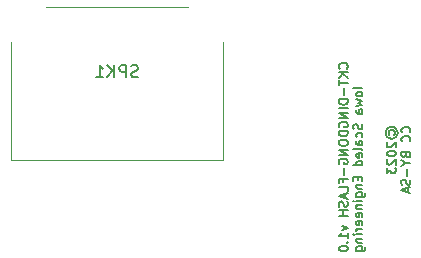
<source format=gbo>
G04 #@! TF.GenerationSoftware,KiCad,Pcbnew,6.0.2+dfsg-1*
G04 #@! TF.CreationDate,2023-09-18T08:20:45-06:00*
G04 #@! TF.ProjectId,ckt-dingdong-flash,636b742d-6469-46e6-9764-6f6e672d666c,rev?*
G04 #@! TF.SameCoordinates,Original*
G04 #@! TF.FileFunction,Legend,Bot*
G04 #@! TF.FilePolarity,Positive*
%FSLAX46Y46*%
G04 Gerber Fmt 4.6, Leading zero omitted, Abs format (unit mm)*
G04 Created by KiCad (PCBNEW 6.0.2+dfsg-1) date 2023-09-18 08:20:45*
%MOMM*%
%LPD*%
G01*
G04 APERTURE LIST*
%ADD10C,0.127000*%
%ADD11C,0.150000*%
%ADD12C,0.120000*%
G04 APERTURE END LIST*
D10*
X73826732Y-166869835D02*
X73790447Y-166797264D01*
X73790447Y-166652121D01*
X73826732Y-166579550D01*
X73899304Y-166506978D01*
X73971875Y-166470692D01*
X74117018Y-166470692D01*
X74189590Y-166506978D01*
X74262161Y-166579550D01*
X74298447Y-166652121D01*
X74298447Y-166797264D01*
X74262161Y-166869835D01*
X73536447Y-166724692D02*
X73572732Y-166543264D01*
X73681590Y-166361835D01*
X73863018Y-166252978D01*
X74044447Y-166216692D01*
X74225875Y-166252978D01*
X74407304Y-166361835D01*
X74516161Y-166543264D01*
X74552447Y-166724692D01*
X74516161Y-166906121D01*
X74407304Y-167087550D01*
X74225875Y-167196407D01*
X74044447Y-167232692D01*
X73863018Y-167196407D01*
X73681590Y-167087550D01*
X73572732Y-166906121D01*
X73536447Y-166724692D01*
X73717875Y-167522978D02*
X73681590Y-167559264D01*
X73645304Y-167631835D01*
X73645304Y-167813264D01*
X73681590Y-167885835D01*
X73717875Y-167922121D01*
X73790447Y-167958407D01*
X73863018Y-167958407D01*
X73971875Y-167922121D01*
X74407304Y-167486692D01*
X74407304Y-167958407D01*
X73645304Y-168430121D02*
X73645304Y-168502692D01*
X73681590Y-168575264D01*
X73717875Y-168611550D01*
X73790447Y-168647835D01*
X73935590Y-168684121D01*
X74117018Y-168684121D01*
X74262161Y-168647835D01*
X74334732Y-168611550D01*
X74371018Y-168575264D01*
X74407304Y-168502692D01*
X74407304Y-168430121D01*
X74371018Y-168357550D01*
X74334732Y-168321264D01*
X74262161Y-168284978D01*
X74117018Y-168248692D01*
X73935590Y-168248692D01*
X73790447Y-168284978D01*
X73717875Y-168321264D01*
X73681590Y-168357550D01*
X73645304Y-168430121D01*
X73717875Y-168974407D02*
X73681590Y-169010692D01*
X73645304Y-169083264D01*
X73645304Y-169264692D01*
X73681590Y-169337264D01*
X73717875Y-169373550D01*
X73790447Y-169409835D01*
X73863018Y-169409835D01*
X73971875Y-169373550D01*
X74407304Y-168938121D01*
X74407304Y-169409835D01*
X73645304Y-169663835D02*
X73645304Y-170135550D01*
X73935590Y-169881550D01*
X73935590Y-169990407D01*
X73971875Y-170062978D01*
X74008161Y-170099264D01*
X74080732Y-170135550D01*
X74262161Y-170135550D01*
X74334732Y-170099264D01*
X74371018Y-170062978D01*
X74407304Y-169990407D01*
X74407304Y-169772692D01*
X74371018Y-169700121D01*
X74334732Y-169663835D01*
X75561552Y-166688407D02*
X75597838Y-166652121D01*
X75634124Y-166543264D01*
X75634124Y-166470692D01*
X75597838Y-166361835D01*
X75525267Y-166289264D01*
X75452695Y-166252978D01*
X75307552Y-166216692D01*
X75198695Y-166216692D01*
X75053552Y-166252978D01*
X74980981Y-166289264D01*
X74908410Y-166361835D01*
X74872124Y-166470692D01*
X74872124Y-166543264D01*
X74908410Y-166652121D01*
X74944695Y-166688407D01*
X75561552Y-167450407D02*
X75597838Y-167414121D01*
X75634124Y-167305264D01*
X75634124Y-167232692D01*
X75597838Y-167123835D01*
X75525267Y-167051264D01*
X75452695Y-167014978D01*
X75307552Y-166978692D01*
X75198695Y-166978692D01*
X75053552Y-167014978D01*
X74980981Y-167051264D01*
X74908410Y-167123835D01*
X74872124Y-167232692D01*
X74872124Y-167305264D01*
X74908410Y-167414121D01*
X74944695Y-167450407D01*
X75234981Y-168611550D02*
X75271267Y-168720407D01*
X75307552Y-168756692D01*
X75380124Y-168792978D01*
X75488981Y-168792978D01*
X75561552Y-168756692D01*
X75597838Y-168720407D01*
X75634124Y-168647835D01*
X75634124Y-168357550D01*
X74872124Y-168357550D01*
X74872124Y-168611550D01*
X74908410Y-168684121D01*
X74944695Y-168720407D01*
X75017267Y-168756692D01*
X75089838Y-168756692D01*
X75162410Y-168720407D01*
X75198695Y-168684121D01*
X75234981Y-168611550D01*
X75234981Y-168357550D01*
X75271267Y-169264692D02*
X75634124Y-169264692D01*
X74872124Y-169010692D02*
X75271267Y-169264692D01*
X74872124Y-169518692D01*
X75343838Y-169772692D02*
X75343838Y-170353264D01*
X75597838Y-170679835D02*
X75634124Y-170788692D01*
X75634124Y-170970121D01*
X75597838Y-171042692D01*
X75561552Y-171078978D01*
X75488981Y-171115264D01*
X75416410Y-171115264D01*
X75343838Y-171078978D01*
X75307552Y-171042692D01*
X75271267Y-170970121D01*
X75234981Y-170824978D01*
X75198695Y-170752407D01*
X75162410Y-170716121D01*
X75089838Y-170679835D01*
X75017267Y-170679835D01*
X74944695Y-170716121D01*
X74908410Y-170752407D01*
X74872124Y-170824978D01*
X74872124Y-171006407D01*
X74908410Y-171115264D01*
X75416410Y-171405550D02*
X75416410Y-171768407D01*
X75634124Y-171332978D02*
X74872124Y-171586978D01*
X75634124Y-171840978D01*
X70270732Y-161280021D02*
X70307018Y-161243735D01*
X70343304Y-161134878D01*
X70343304Y-161062307D01*
X70307018Y-160953450D01*
X70234447Y-160880878D01*
X70161875Y-160844592D01*
X70016732Y-160808307D01*
X69907875Y-160808307D01*
X69762732Y-160844592D01*
X69690161Y-160880878D01*
X69617590Y-160953450D01*
X69581304Y-161062307D01*
X69581304Y-161134878D01*
X69617590Y-161243735D01*
X69653875Y-161280021D01*
X70343304Y-161606592D02*
X69581304Y-161606592D01*
X70343304Y-162042021D02*
X69907875Y-161715450D01*
X69581304Y-162042021D02*
X70016732Y-161606592D01*
X69581304Y-162259735D02*
X69581304Y-162695164D01*
X70343304Y-162477450D02*
X69581304Y-162477450D01*
X70053018Y-162949164D02*
X70053018Y-163529735D01*
X70343304Y-163892592D02*
X69581304Y-163892592D01*
X69581304Y-164074021D01*
X69617590Y-164182878D01*
X69690161Y-164255450D01*
X69762732Y-164291735D01*
X69907875Y-164328021D01*
X70016732Y-164328021D01*
X70161875Y-164291735D01*
X70234447Y-164255450D01*
X70307018Y-164182878D01*
X70343304Y-164074021D01*
X70343304Y-163892592D01*
X70343304Y-164654592D02*
X69581304Y-164654592D01*
X70343304Y-165017450D02*
X69581304Y-165017450D01*
X70343304Y-165452878D01*
X69581304Y-165452878D01*
X69617590Y-166214878D02*
X69581304Y-166142307D01*
X69581304Y-166033450D01*
X69617590Y-165924592D01*
X69690161Y-165852021D01*
X69762732Y-165815735D01*
X69907875Y-165779450D01*
X70016732Y-165779450D01*
X70161875Y-165815735D01*
X70234447Y-165852021D01*
X70307018Y-165924592D01*
X70343304Y-166033450D01*
X70343304Y-166106021D01*
X70307018Y-166214878D01*
X70270732Y-166251164D01*
X70016732Y-166251164D01*
X70016732Y-166106021D01*
X70343304Y-166577735D02*
X69581304Y-166577735D01*
X69581304Y-166759164D01*
X69617590Y-166868021D01*
X69690161Y-166940592D01*
X69762732Y-166976878D01*
X69907875Y-167013164D01*
X70016732Y-167013164D01*
X70161875Y-166976878D01*
X70234447Y-166940592D01*
X70307018Y-166868021D01*
X70343304Y-166759164D01*
X70343304Y-166577735D01*
X69581304Y-167484878D02*
X69581304Y-167630021D01*
X69617590Y-167702592D01*
X69690161Y-167775164D01*
X69835304Y-167811450D01*
X70089304Y-167811450D01*
X70234447Y-167775164D01*
X70307018Y-167702592D01*
X70343304Y-167630021D01*
X70343304Y-167484878D01*
X70307018Y-167412307D01*
X70234447Y-167339735D01*
X70089304Y-167303450D01*
X69835304Y-167303450D01*
X69690161Y-167339735D01*
X69617590Y-167412307D01*
X69581304Y-167484878D01*
X70343304Y-168138021D02*
X69581304Y-168138021D01*
X70343304Y-168573450D01*
X69581304Y-168573450D01*
X69617590Y-169335450D02*
X69581304Y-169262878D01*
X69581304Y-169154021D01*
X69617590Y-169045164D01*
X69690161Y-168972592D01*
X69762732Y-168936307D01*
X69907875Y-168900021D01*
X70016732Y-168900021D01*
X70161875Y-168936307D01*
X70234447Y-168972592D01*
X70307018Y-169045164D01*
X70343304Y-169154021D01*
X70343304Y-169226592D01*
X70307018Y-169335450D01*
X70270732Y-169371735D01*
X70016732Y-169371735D01*
X70016732Y-169226592D01*
X70053018Y-169698307D02*
X70053018Y-170278878D01*
X69944161Y-170895735D02*
X69944161Y-170641735D01*
X70343304Y-170641735D02*
X69581304Y-170641735D01*
X69581304Y-171004592D01*
X70343304Y-171657735D02*
X70343304Y-171294878D01*
X69581304Y-171294878D01*
X70125590Y-171875450D02*
X70125590Y-172238307D01*
X70343304Y-171802878D02*
X69581304Y-172056878D01*
X70343304Y-172310878D01*
X70307018Y-172528592D02*
X70343304Y-172637450D01*
X70343304Y-172818878D01*
X70307018Y-172891450D01*
X70270732Y-172927735D01*
X70198161Y-172964021D01*
X70125590Y-172964021D01*
X70053018Y-172927735D01*
X70016732Y-172891450D01*
X69980447Y-172818878D01*
X69944161Y-172673735D01*
X69907875Y-172601164D01*
X69871590Y-172564878D01*
X69799018Y-172528592D01*
X69726447Y-172528592D01*
X69653875Y-172564878D01*
X69617590Y-172601164D01*
X69581304Y-172673735D01*
X69581304Y-172855164D01*
X69617590Y-172964021D01*
X70343304Y-173290592D02*
X69581304Y-173290592D01*
X69944161Y-173290592D02*
X69944161Y-173726021D01*
X70343304Y-173726021D02*
X69581304Y-173726021D01*
X69835304Y-174596878D02*
X70343304Y-174778307D01*
X69835304Y-174959735D01*
X70343304Y-175649164D02*
X70343304Y-175213735D01*
X70343304Y-175431450D02*
X69581304Y-175431450D01*
X69690161Y-175358878D01*
X69762732Y-175286307D01*
X69799018Y-175213735D01*
X70270732Y-175975735D02*
X70307018Y-176012021D01*
X70343304Y-175975735D01*
X70307018Y-175939450D01*
X70270732Y-175975735D01*
X70343304Y-175975735D01*
X69581304Y-176483735D02*
X69581304Y-176556307D01*
X69617590Y-176628878D01*
X69653875Y-176665164D01*
X69726447Y-176701450D01*
X69871590Y-176737735D01*
X70053018Y-176737735D01*
X70198161Y-176701450D01*
X70270732Y-176665164D01*
X70307018Y-176628878D01*
X70343304Y-176556307D01*
X70343304Y-176483735D01*
X70307018Y-176411164D01*
X70270732Y-176374878D01*
X70198161Y-176338592D01*
X70053018Y-176302307D01*
X69871590Y-176302307D01*
X69726447Y-176338592D01*
X69653875Y-176374878D01*
X69617590Y-176411164D01*
X69581304Y-176483735D01*
X71570124Y-162912878D02*
X70808124Y-162912878D01*
X71570124Y-163384592D02*
X71533838Y-163312021D01*
X71497552Y-163275735D01*
X71424981Y-163239450D01*
X71207267Y-163239450D01*
X71134695Y-163275735D01*
X71098410Y-163312021D01*
X71062124Y-163384592D01*
X71062124Y-163493450D01*
X71098410Y-163566021D01*
X71134695Y-163602307D01*
X71207267Y-163638592D01*
X71424981Y-163638592D01*
X71497552Y-163602307D01*
X71533838Y-163566021D01*
X71570124Y-163493450D01*
X71570124Y-163384592D01*
X71062124Y-163892592D02*
X71570124Y-164037735D01*
X71207267Y-164182878D01*
X71570124Y-164328021D01*
X71062124Y-164473164D01*
X71570124Y-165090021D02*
X71170981Y-165090021D01*
X71098410Y-165053735D01*
X71062124Y-164981164D01*
X71062124Y-164836021D01*
X71098410Y-164763450D01*
X71533838Y-165090021D02*
X71570124Y-165017450D01*
X71570124Y-164836021D01*
X71533838Y-164763450D01*
X71461267Y-164727164D01*
X71388695Y-164727164D01*
X71316124Y-164763450D01*
X71279838Y-164836021D01*
X71279838Y-165017450D01*
X71243552Y-165090021D01*
X71533838Y-165997164D02*
X71570124Y-166106021D01*
X71570124Y-166287450D01*
X71533838Y-166360021D01*
X71497552Y-166396307D01*
X71424981Y-166432592D01*
X71352410Y-166432592D01*
X71279838Y-166396307D01*
X71243552Y-166360021D01*
X71207267Y-166287450D01*
X71170981Y-166142307D01*
X71134695Y-166069735D01*
X71098410Y-166033450D01*
X71025838Y-165997164D01*
X70953267Y-165997164D01*
X70880695Y-166033450D01*
X70844410Y-166069735D01*
X70808124Y-166142307D01*
X70808124Y-166323735D01*
X70844410Y-166432592D01*
X71533838Y-167085735D02*
X71570124Y-167013164D01*
X71570124Y-166868021D01*
X71533838Y-166795450D01*
X71497552Y-166759164D01*
X71424981Y-166722878D01*
X71207267Y-166722878D01*
X71134695Y-166759164D01*
X71098410Y-166795450D01*
X71062124Y-166868021D01*
X71062124Y-167013164D01*
X71098410Y-167085735D01*
X71570124Y-167738878D02*
X71170981Y-167738878D01*
X71098410Y-167702592D01*
X71062124Y-167630021D01*
X71062124Y-167484878D01*
X71098410Y-167412307D01*
X71533838Y-167738878D02*
X71570124Y-167666307D01*
X71570124Y-167484878D01*
X71533838Y-167412307D01*
X71461267Y-167376021D01*
X71388695Y-167376021D01*
X71316124Y-167412307D01*
X71279838Y-167484878D01*
X71279838Y-167666307D01*
X71243552Y-167738878D01*
X71570124Y-168210592D02*
X71533838Y-168138021D01*
X71461267Y-168101735D01*
X70808124Y-168101735D01*
X71533838Y-168791164D02*
X71570124Y-168718592D01*
X71570124Y-168573450D01*
X71533838Y-168500878D01*
X71461267Y-168464592D01*
X71170981Y-168464592D01*
X71098410Y-168500878D01*
X71062124Y-168573450D01*
X71062124Y-168718592D01*
X71098410Y-168791164D01*
X71170981Y-168827450D01*
X71243552Y-168827450D01*
X71316124Y-168464592D01*
X71570124Y-169480592D02*
X70808124Y-169480592D01*
X71533838Y-169480592D02*
X71570124Y-169408021D01*
X71570124Y-169262878D01*
X71533838Y-169190307D01*
X71497552Y-169154021D01*
X71424981Y-169117735D01*
X71207267Y-169117735D01*
X71134695Y-169154021D01*
X71098410Y-169190307D01*
X71062124Y-169262878D01*
X71062124Y-169408021D01*
X71098410Y-169480592D01*
X71170981Y-170424021D02*
X71170981Y-170678021D01*
X71570124Y-170786878D02*
X71570124Y-170424021D01*
X70808124Y-170424021D01*
X70808124Y-170786878D01*
X71062124Y-171113450D02*
X71570124Y-171113450D01*
X71134695Y-171113450D02*
X71098410Y-171149735D01*
X71062124Y-171222307D01*
X71062124Y-171331164D01*
X71098410Y-171403735D01*
X71170981Y-171440021D01*
X71570124Y-171440021D01*
X71062124Y-172129450D02*
X71678981Y-172129450D01*
X71751552Y-172093164D01*
X71787838Y-172056878D01*
X71824124Y-171984307D01*
X71824124Y-171875450D01*
X71787838Y-171802878D01*
X71533838Y-172129450D02*
X71570124Y-172056878D01*
X71570124Y-171911735D01*
X71533838Y-171839164D01*
X71497552Y-171802878D01*
X71424981Y-171766592D01*
X71207267Y-171766592D01*
X71134695Y-171802878D01*
X71098410Y-171839164D01*
X71062124Y-171911735D01*
X71062124Y-172056878D01*
X71098410Y-172129450D01*
X71570124Y-172492307D02*
X71062124Y-172492307D01*
X70808124Y-172492307D02*
X70844410Y-172456021D01*
X70880695Y-172492307D01*
X70844410Y-172528592D01*
X70808124Y-172492307D01*
X70880695Y-172492307D01*
X71062124Y-172855164D02*
X71570124Y-172855164D01*
X71134695Y-172855164D02*
X71098410Y-172891450D01*
X71062124Y-172964021D01*
X71062124Y-173072878D01*
X71098410Y-173145450D01*
X71170981Y-173181735D01*
X71570124Y-173181735D01*
X71533838Y-173834878D02*
X71570124Y-173762307D01*
X71570124Y-173617164D01*
X71533838Y-173544592D01*
X71461267Y-173508307D01*
X71170981Y-173508307D01*
X71098410Y-173544592D01*
X71062124Y-173617164D01*
X71062124Y-173762307D01*
X71098410Y-173834878D01*
X71170981Y-173871164D01*
X71243552Y-173871164D01*
X71316124Y-173508307D01*
X71533838Y-174488021D02*
X71570124Y-174415450D01*
X71570124Y-174270307D01*
X71533838Y-174197735D01*
X71461267Y-174161450D01*
X71170981Y-174161450D01*
X71098410Y-174197735D01*
X71062124Y-174270307D01*
X71062124Y-174415450D01*
X71098410Y-174488021D01*
X71170981Y-174524307D01*
X71243552Y-174524307D01*
X71316124Y-174161450D01*
X71570124Y-174850878D02*
X71062124Y-174850878D01*
X71207267Y-174850878D02*
X71134695Y-174887164D01*
X71098410Y-174923450D01*
X71062124Y-174996021D01*
X71062124Y-175068592D01*
X71570124Y-175322592D02*
X71062124Y-175322592D01*
X70808124Y-175322592D02*
X70844410Y-175286307D01*
X70880695Y-175322592D01*
X70844410Y-175358878D01*
X70808124Y-175322592D01*
X70880695Y-175322592D01*
X71062124Y-175685450D02*
X71570124Y-175685450D01*
X71134695Y-175685450D02*
X71098410Y-175721735D01*
X71062124Y-175794307D01*
X71062124Y-175903164D01*
X71098410Y-175975735D01*
X71170981Y-176012021D01*
X71570124Y-176012021D01*
X71062124Y-176701450D02*
X71678981Y-176701450D01*
X71751552Y-176665164D01*
X71787838Y-176628878D01*
X71824124Y-176556307D01*
X71824124Y-176447450D01*
X71787838Y-176374878D01*
X71533838Y-176701450D02*
X71570124Y-176628878D01*
X71570124Y-176483735D01*
X71533838Y-176411164D01*
X71497552Y-176374878D01*
X71424981Y-176338592D01*
X71207267Y-176338592D01*
X71134695Y-176374878D01*
X71098410Y-176411164D01*
X71062124Y-176483735D01*
X71062124Y-176628878D01*
X71098410Y-176701450D01*
D11*
X52561904Y-161964761D02*
X52419047Y-162012380D01*
X52180952Y-162012380D01*
X52085714Y-161964761D01*
X52038095Y-161917142D01*
X51990476Y-161821904D01*
X51990476Y-161726666D01*
X52038095Y-161631428D01*
X52085714Y-161583809D01*
X52180952Y-161536190D01*
X52371428Y-161488571D01*
X52466666Y-161440952D01*
X52514285Y-161393333D01*
X52561904Y-161298095D01*
X52561904Y-161202857D01*
X52514285Y-161107619D01*
X52466666Y-161060000D01*
X52371428Y-161012380D01*
X52133333Y-161012380D01*
X51990476Y-161060000D01*
X51561904Y-162012380D02*
X51561904Y-161012380D01*
X51180952Y-161012380D01*
X51085714Y-161060000D01*
X51038095Y-161107619D01*
X50990476Y-161202857D01*
X50990476Y-161345714D01*
X51038095Y-161440952D01*
X51085714Y-161488571D01*
X51180952Y-161536190D01*
X51561904Y-161536190D01*
X50561904Y-162012380D02*
X50561904Y-161012380D01*
X49990476Y-162012380D02*
X50419047Y-161440952D01*
X49990476Y-161012380D02*
X50561904Y-161583809D01*
X49038095Y-162012380D02*
X49609523Y-162012380D01*
X49323809Y-162012380D02*
X49323809Y-161012380D01*
X49419047Y-161155238D01*
X49514285Y-161250476D01*
X49609523Y-161298095D01*
D12*
X59800000Y-169060000D02*
X59800000Y-159060000D01*
X56800000Y-156060000D02*
X44800000Y-156060000D01*
X41800000Y-159060000D02*
X41800000Y-169060000D01*
X41800000Y-169060000D02*
X59800000Y-169060000D01*
M02*

</source>
